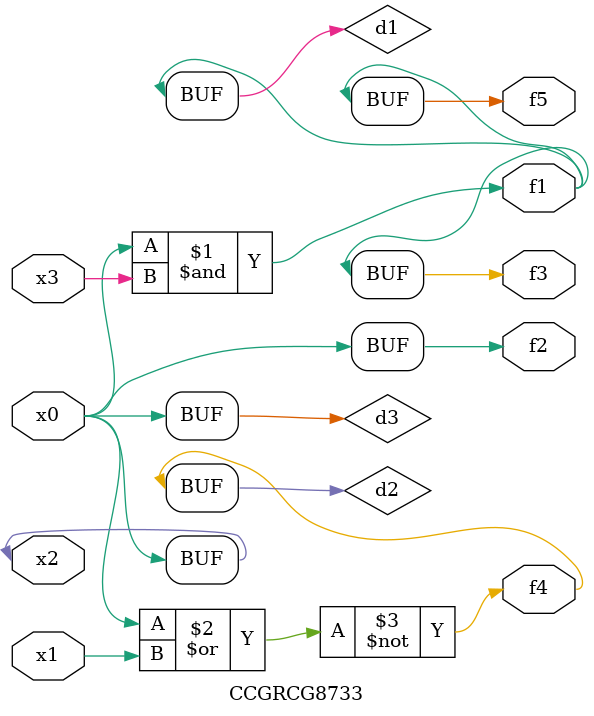
<source format=v>
module CCGRCG8733(
	input x0, x1, x2, x3,
	output f1, f2, f3, f4, f5
);

	wire d1, d2, d3;

	and (d1, x2, x3);
	nor (d2, x0, x1);
	buf (d3, x0, x2);
	assign f1 = d1;
	assign f2 = d3;
	assign f3 = d1;
	assign f4 = d2;
	assign f5 = d1;
endmodule

</source>
